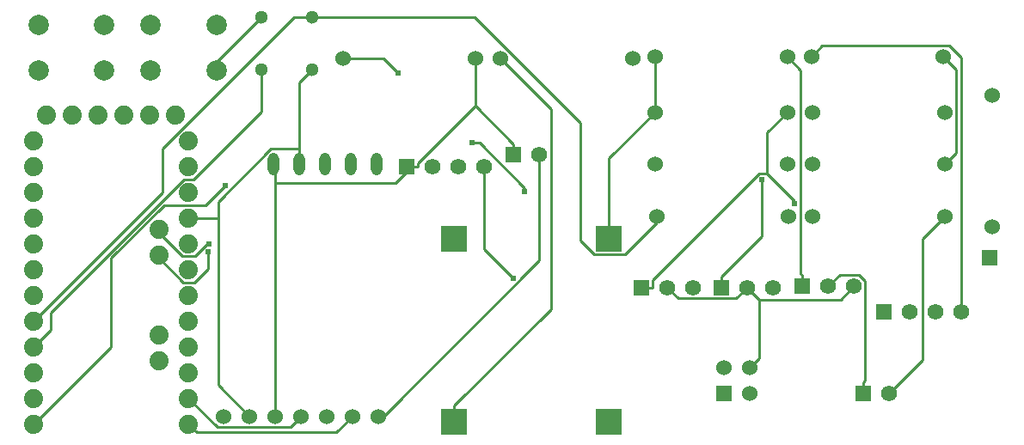
<source format=gbl>
G04 Layer: BottomLayer*
G04 EasyEDA v6.5.51, 2025-10-23 01:57:06*
G04 64fcacbd124c4bd19f57d9140681f8df,69758d36ea3442baaf275648ad48867e,10*
G04 Gerber Generator version 0.2*
G04 Scale: 100 percent, Rotated: No, Reflected: No *
G04 Dimensions in millimeters *
G04 leading zeros omitted , absolute positions ,4 integer and 5 decimal *
%FSLAX45Y45*%
%MOMM*%

%ADD10C,0.2540*%
%ADD11R,1.5748X1.5748*%
%ADD12C,1.5748*%
%ADD13C,1.5240*%
%ADD14C,1.3000*%
%ADD15C,2.0000*%
%ADD16R,1.5240X1.5240*%
%ADD17C,1.8796*%
%ADD18R,2.5400X2.5400*%
%ADD19R,0.0161X2.5400*%
%ADD20O,1.107948X2.215896*%
%ADD21C,0.6100*%

%LPD*%
D10*
X3987800Y-1473212D02*
G01*
X3829684Y-1631327D01*
X2456840Y-1631327D01*
X2374900Y-1549387D01*
X3479800Y-1473212D02*
G01*
X3374694Y-1578317D01*
X2657830Y-1578317D01*
X2374900Y-1295387D01*
X850900Y-1549387D02*
G01*
X1612900Y-787387D01*
X1612900Y89547D01*
X2130247Y606894D01*
X2536672Y606894D01*
X2733319Y803541D01*
X8270011Y2070112D02*
G01*
X8401050Y1939074D01*
X8401050Y-64782D01*
X8420100Y-83832D01*
X8420100Y-190487D02*
G01*
X8420100Y-83832D01*
X3896613Y2057412D02*
G01*
X4288688Y2057412D01*
X4434992Y1911108D01*
X8016697Y861021D02*
G01*
X8016697Y300164D01*
X7620000Y-96532D01*
X7620000Y-203187D02*
G01*
X7620000Y-96532D01*
X6832600Y-203187D02*
G01*
X6939254Y-203187D01*
X8068081Y919594D02*
G01*
X7992440Y919594D01*
X6939254Y-133591D01*
X6939254Y-203187D01*
X8338515Y621118D02*
G01*
X8338515Y649160D01*
X8068081Y919594D01*
X8068081Y919594D02*
G01*
X8068081Y1322082D01*
X8270011Y1524012D01*
X5446013Y2057412D02*
G01*
X5945860Y1557566D01*
X5945860Y-414312D01*
X4991100Y-1369072D01*
X4991100Y-1523987D02*
G01*
X4991100Y-1369072D01*
X8674100Y-190487D02*
G01*
X8784590Y-79997D01*
X8977452Y-79997D01*
X9036278Y-138823D01*
X9036278Y-1118654D01*
X9017000Y-1137932D01*
X9017000Y-1244587D02*
G01*
X9017000Y-1137932D01*
X4241800Y-1473212D02*
G01*
X4290517Y-1473212D01*
X5829300Y65570D01*
X5829300Y1104912D01*
X2576296Y228688D02*
G01*
X2559151Y228688D01*
X2437002Y106540D01*
X2310765Y106540D01*
X2082800Y334505D01*
X2082800Y368312D01*
X2082800Y114312D02*
G01*
X2082800Y87566D01*
X2322753Y-152387D01*
X2431643Y-152387D01*
X2561666Y-22364D01*
X2561666Y148374D01*
X5681827Y741057D02*
G01*
X5681827Y776846D01*
X5237175Y1221498D01*
X5164963Y1221498D01*
X850900Y-533387D02*
G01*
X2115235Y730948D01*
X2115235Y1163281D01*
X3415766Y2463812D01*
X3590086Y2463812D01*
X3590086Y2463812D02*
G01*
X5191074Y2463812D01*
X6235547Y1419339D01*
X6235547Y260134D01*
X6371361Y124320D01*
X6670192Y124320D01*
X6982713Y436841D01*
X6982713Y495312D01*
X850900Y-787387D02*
G01*
X1016000Y-622287D01*
X1016000Y-449668D01*
X2329281Y863612D01*
X2421483Y863612D01*
X3090113Y1532242D01*
X3090113Y1943112D01*
X7992897Y-322084D02*
G01*
X7992897Y-897089D01*
X7899400Y-990587D01*
X8928100Y-190487D02*
G01*
X8796502Y-322084D01*
X7992897Y-322084D01*
X7992897Y-322084D02*
G01*
X7874000Y-203187D01*
X7086600Y-203187D02*
G01*
X7193788Y-310375D01*
X7766811Y-310375D01*
X7874000Y-203187D01*
X5571312Y-109562D02*
G01*
X5283200Y178549D01*
X5283200Y990612D01*
X3090087Y2463812D02*
G01*
X2649093Y2022817D01*
X2649093Y1934019D01*
X3467100Y1016012D02*
G01*
X3467100Y1163078D01*
X3467100Y1163078D02*
G01*
X3467100Y1820100D01*
X3590112Y1943112D01*
X2664459Y482612D02*
G01*
X2374900Y482612D01*
X3467100Y1163078D02*
G01*
X3186709Y1163078D01*
X2664459Y640829D01*
X2664459Y482612D01*
X2664459Y482612D02*
G01*
X2664459Y-1165872D01*
X2971800Y-1473212D01*
X6515100Y279412D02*
G01*
X6515100Y1069098D01*
X6970013Y1524012D01*
X6970013Y2070112D02*
G01*
X6970013Y1524012D01*
X5575300Y1104912D02*
G01*
X5575300Y1211567D01*
X9819411Y1016012D02*
G01*
X9928250Y1124851D01*
X9928250Y1948573D01*
X9806711Y2070112D01*
X9271000Y-1244587D02*
G01*
X9601200Y-914387D01*
X9601200Y277126D01*
X9819386Y495312D01*
X4521200Y990612D02*
G01*
X4574540Y990612D01*
X4574540Y990612D02*
G01*
X4627854Y990612D01*
X4574540Y990612D02*
G01*
X4413173Y829246D01*
X3225800Y829246D01*
X3213100Y1016012D02*
G01*
X3225800Y1003312D01*
X3225800Y829246D01*
X3225800Y829246D02*
G01*
X3225800Y-1473212D01*
X5196611Y1590255D02*
G01*
X4627854Y1021499D01*
X4627854Y990612D01*
X5196611Y2057412D02*
G01*
X5196611Y1590255D01*
X5196611Y1590255D02*
G01*
X5575300Y1211567D01*
X8506688Y2070112D02*
G01*
X8614841Y2178265D01*
X9862743Y2178265D01*
X9982200Y2058809D01*
X9982200Y-442302D01*
D11*
G01*
X9220200Y-442315D03*
D12*
G01*
X9474200Y-442315D03*
G01*
X9728200Y-442315D03*
G01*
X9982200Y-442315D03*
D13*
G01*
X9806711Y2070100D03*
G01*
X8506688Y2070100D03*
D14*
G01*
X3590112Y1943100D03*
G01*
X3090113Y1943100D03*
G01*
X3090087Y2463800D03*
G01*
X3590086Y2463800D03*
D15*
G01*
X1999106Y2383993D03*
G01*
X2649093Y2383993D03*
G01*
X2649093Y1934006D03*
G01*
X1999106Y1934006D03*
G01*
X1544193Y1934006D03*
G01*
X894206Y1934006D03*
G01*
X894206Y2383993D03*
G01*
X1544193Y2383993D03*
D11*
G01*
X4521200Y990600D03*
D12*
G01*
X4775200Y990600D03*
G01*
X5029200Y990600D03*
G01*
X5283200Y990600D03*
D11*
G01*
X5575300Y1104900D03*
D12*
G01*
X5829300Y1104900D03*
D11*
G01*
X9017000Y-1244600D03*
D12*
G01*
X9271000Y-1244600D03*
D16*
G01*
X7645400Y-1244600D03*
D13*
G01*
X7645400Y-990600D03*
G01*
X7899400Y-1244600D03*
G01*
X7899400Y-990600D03*
D11*
G01*
X6832600Y-203200D03*
D12*
G01*
X7086600Y-203200D03*
G01*
X7340600Y-203200D03*
D11*
G01*
X7620000Y-203200D03*
D12*
G01*
X7874000Y-203200D03*
G01*
X8128000Y-203200D03*
D11*
G01*
X8420100Y-190500D03*
D12*
G01*
X8674100Y-190500D03*
G01*
X8928100Y-190500D03*
D11*
G01*
X10261600Y88900D03*
D17*
G01*
X850900Y-1549400D03*
G01*
X850900Y-1295400D03*
G01*
X850900Y-1041400D03*
G01*
X850900Y-787400D03*
G01*
X850900Y-533400D03*
G01*
X850900Y-279400D03*
G01*
X850900Y-25400D03*
G01*
X850900Y228600D03*
G01*
X850900Y482600D03*
G01*
X850900Y736600D03*
G01*
X850900Y990600D03*
G01*
X850900Y1244600D03*
G01*
X2247900Y1498600D03*
G01*
X1993900Y1498600D03*
G01*
X1739900Y1498600D03*
G01*
X1485900Y1498600D03*
G01*
X1231900Y1498600D03*
G01*
X977900Y1498600D03*
G01*
X2374900Y1244600D03*
G01*
X2374900Y990600D03*
G01*
X2374900Y736600D03*
G01*
X2374900Y482600D03*
G01*
X2374900Y228600D03*
G01*
X2374900Y-25400D03*
G01*
X2374900Y-279400D03*
G01*
X2374900Y-533400D03*
G01*
X2374900Y-787400D03*
G01*
X2374900Y-1041400D03*
G01*
X2374900Y-1295400D03*
G01*
X2374900Y-1549400D03*
G01*
X2082800Y114300D03*
G01*
X2082800Y368300D03*
G01*
X2082800Y-927100D03*
G01*
X2082800Y-673100D03*
D13*
G01*
X8282711Y495300D03*
G01*
X6982713Y495300D03*
G01*
X9819386Y495300D03*
G01*
X8519388Y495300D03*
G01*
X8270011Y1016000D03*
G01*
X6970013Y1016000D03*
G01*
X9819411Y1016000D03*
G01*
X8519413Y1016000D03*
G01*
X10287000Y391388D03*
G01*
X10287000Y1691386D03*
G01*
X6970013Y1524000D03*
G01*
X8270011Y1524000D03*
G01*
X9819411Y1524000D03*
G01*
X8519413Y1524000D03*
G01*
X5196611Y2057400D03*
G01*
X3896613Y2057400D03*
G01*
X6746011Y2057400D03*
G01*
X5446013Y2057400D03*
G01*
X6970013Y2070100D03*
G01*
X8270011Y2070100D03*
D18*
G01*
X4991100Y-1524000D03*
G01*
X6515100Y-1524000D03*
G01*
X4991100Y279400D03*
G01*
X6515100Y279400D03*
D13*
G01*
X4241800Y-1473225D03*
G01*
X3987800Y-1473225D03*
G01*
X3733800Y-1473225D03*
G01*
X3479800Y-1473225D03*
G01*
X3225800Y-1473225D03*
G01*
X2971800Y-1473225D03*
G01*
X2717800Y-1473225D03*
D20*
G01*
X3213100Y1016000D03*
G01*
X3467100Y1016000D03*
G01*
X3721100Y1016000D03*
G01*
X3975100Y1016000D03*
G01*
X4229100Y1016000D03*
D21*
G01*
X5571312Y-109575D03*
G01*
X5164963Y1221486D03*
G01*
X5681827Y741045D03*
G01*
X2561666Y148361D03*
G01*
X2576296Y228676D03*
G01*
X8338515Y621106D03*
G01*
X8016697Y861009D03*
G01*
X4434992Y1911095D03*
G01*
X2733319Y803529D03*
M02*

</source>
